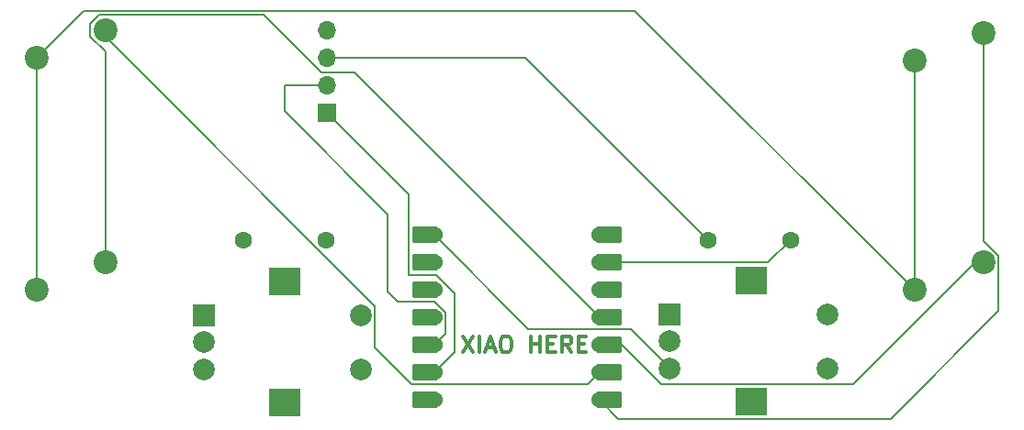
<source format=gbr>
%TF.GenerationSoftware,KiCad,Pcbnew,9.0.6*%
%TF.CreationDate,2025-12-07T01:16:21-05:00*%
%TF.ProjectId,Kigan's Lifeboard,4b696761-6e27-4732-904c-696665626f61,rev?*%
%TF.SameCoordinates,Original*%
%TF.FileFunction,Copper,L1,Top*%
%TF.FilePolarity,Positive*%
%FSLAX46Y46*%
G04 Gerber Fmt 4.6, Leading zero omitted, Abs format (unit mm)*
G04 Created by KiCad (PCBNEW 9.0.6) date 2025-12-07 01:16:21*
%MOMM*%
%LPD*%
G01*
G04 APERTURE LIST*
G04 Aperture macros list*
%AMRoundRect*
0 Rectangle with rounded corners*
0 $1 Rounding radius*
0 $2 $3 $4 $5 $6 $7 $8 $9 X,Y pos of 4 corners*
0 Add a 4 corners polygon primitive as box body*
4,1,4,$2,$3,$4,$5,$6,$7,$8,$9,$2,$3,0*
0 Add four circle primitives for the rounded corners*
1,1,$1+$1,$2,$3*
1,1,$1+$1,$4,$5*
1,1,$1+$1,$6,$7*
1,1,$1+$1,$8,$9*
0 Add four rect primitives between the rounded corners*
20,1,$1+$1,$2,$3,$4,$5,0*
20,1,$1+$1,$4,$5,$6,$7,0*
20,1,$1+$1,$6,$7,$8,$9,0*
20,1,$1+$1,$8,$9,$2,$3,0*%
G04 Aperture macros list end*
%ADD10C,0.300000*%
%TA.AperFunction,NonConductor*%
%ADD11C,0.300000*%
%TD*%
%TA.AperFunction,ComponentPad*%
%ADD12C,2.200000*%
%TD*%
%TA.AperFunction,ComponentPad*%
%ADD13R,2.000000X2.000000*%
%TD*%
%TA.AperFunction,ComponentPad*%
%ADD14C,2.000000*%
%TD*%
%TA.AperFunction,ComponentPad*%
%ADD15R,3.000000X2.500000*%
%TD*%
%TA.AperFunction,ComponentPad*%
%ADD16R,1.700000X1.700000*%
%TD*%
%TA.AperFunction,ComponentPad*%
%ADD17O,1.700000X1.700000*%
%TD*%
%TA.AperFunction,ComponentPad*%
%ADD18C,1.600000*%
%TD*%
%TA.AperFunction,SMDPad,CuDef*%
%ADD19RoundRect,0.152400X-1.063600X-0.609600X1.063600X-0.609600X1.063600X0.609600X-1.063600X0.609600X0*%
%TD*%
%TA.AperFunction,ComponentPad*%
%ADD20C,1.524000*%
%TD*%
%TA.AperFunction,SMDPad,CuDef*%
%ADD21RoundRect,0.152400X1.063600X0.609600X-1.063600X0.609600X-1.063600X-0.609600X1.063600X-0.609600X0*%
%TD*%
%TA.AperFunction,Conductor*%
%ADD22C,0.200000*%
%TD*%
G04 APERTURE END LIST*
D10*
D11*
X143931653Y-110670828D02*
X144931653Y-112170828D01*
X144931653Y-110670828D02*
X143931653Y-112170828D01*
X145503081Y-112170828D02*
X145503081Y-110670828D01*
X146145939Y-111742257D02*
X146860225Y-111742257D01*
X146003082Y-112170828D02*
X146503082Y-110670828D01*
X146503082Y-110670828D02*
X147003082Y-112170828D01*
X147788796Y-110670828D02*
X148074510Y-110670828D01*
X148074510Y-110670828D02*
X148217367Y-110742257D01*
X148217367Y-110742257D02*
X148360224Y-110885114D01*
X148360224Y-110885114D02*
X148431653Y-111170828D01*
X148431653Y-111170828D02*
X148431653Y-111670828D01*
X148431653Y-111670828D02*
X148360224Y-111956542D01*
X148360224Y-111956542D02*
X148217367Y-112099400D01*
X148217367Y-112099400D02*
X148074510Y-112170828D01*
X148074510Y-112170828D02*
X147788796Y-112170828D01*
X147788796Y-112170828D02*
X147645939Y-112099400D01*
X147645939Y-112099400D02*
X147503081Y-111956542D01*
X147503081Y-111956542D02*
X147431653Y-111670828D01*
X147431653Y-111670828D02*
X147431653Y-111170828D01*
X147431653Y-111170828D02*
X147503081Y-110885114D01*
X147503081Y-110885114D02*
X147645939Y-110742257D01*
X147645939Y-110742257D02*
X147788796Y-110670828D01*
X150217367Y-112170828D02*
X150217367Y-110670828D01*
X150217367Y-111385114D02*
X151074510Y-111385114D01*
X151074510Y-112170828D02*
X151074510Y-110670828D01*
X151788796Y-111385114D02*
X152288796Y-111385114D01*
X152503082Y-112170828D02*
X151788796Y-112170828D01*
X151788796Y-112170828D02*
X151788796Y-110670828D01*
X151788796Y-110670828D02*
X152503082Y-110670828D01*
X154003082Y-112170828D02*
X153503082Y-111456542D01*
X153145939Y-112170828D02*
X153145939Y-110670828D01*
X153145939Y-110670828D02*
X153717368Y-110670828D01*
X153717368Y-110670828D02*
X153860225Y-110742257D01*
X153860225Y-110742257D02*
X153931654Y-110813685D01*
X153931654Y-110813685D02*
X154003082Y-110956542D01*
X154003082Y-110956542D02*
X154003082Y-111170828D01*
X154003082Y-111170828D02*
X153931654Y-111313685D01*
X153931654Y-111313685D02*
X153860225Y-111385114D01*
X153860225Y-111385114D02*
X153717368Y-111456542D01*
X153717368Y-111456542D02*
X153145939Y-111456542D01*
X154645939Y-111385114D02*
X155145939Y-111385114D01*
X155360225Y-112170828D02*
X154645939Y-112170828D01*
X154645939Y-112170828D02*
X154645939Y-110670828D01*
X154645939Y-110670828D02*
X155360225Y-110670828D01*
D12*
%TO.P,SW3,1,1*%
%TO.N,Net-(U1-GPIO27_A1_D1)*%
X110999250Y-82424250D03*
%TO.P,SW3,2,2*%
%TO.N,GND*%
X104649250Y-84964250D03*
%TD*%
D13*
%TO.P,SW7,A,A*%
%TO.N,Net-(U1-GPIO3_D10_MOSI)*%
X120080000Y-108740000D03*
D14*
%TO.P,SW7,B,B*%
%TO.N,Net-(U1-GPIO4_D9_MISO)*%
X120080000Y-113740000D03*
%TO.P,SW7,C,C*%
%TO.N,Net-(SW5-PadC)*%
X120080000Y-111240000D03*
D15*
%TO.P,SW7,MP*%
%TO.N,N/C*%
X127580000Y-105640000D03*
X127580000Y-116840000D03*
D14*
%TO.P,SW7,S1*%
X134580000Y-108740000D03*
%TO.P,SW7,S2*%
X134580000Y-113740000D03*
%TD*%
D16*
%TO.P,J1,1,GND*%
%TO.N,Net-(J1-GND)*%
X131406750Y-90018000D03*
D17*
%TO.P,J1,2,VCC*%
%TO.N,Net-(J1-VCC)*%
X131406750Y-87478000D03*
%TO.P,J1,3,SCL*%
%TO.N,Net-(J1-SCL)*%
X131406750Y-84938000D03*
%TO.P,J1,4,SDA*%
%TO.N,Net-(J1-SDA)*%
X131406750Y-82398000D03*
%TD*%
D12*
%TO.P,SW2,1,1*%
%TO.N,Net-(U1-GPIO28_A2_D2)*%
X191961750Y-103855500D03*
%TO.P,SW2,2,2*%
%TO.N,GND*%
X185611750Y-106395500D03*
%TD*%
D18*
%TO.P,R2,1*%
%TO.N,Net-(J1-SDA)*%
X123699250Y-101791750D03*
%TO.P,R2,2*%
%TO.N,Net-(U1-GPIO6_D4_SDA)*%
X131319250Y-101791750D03*
%TD*%
D12*
%TO.P,SW1,1,1*%
%TO.N,Net-(U1-GPIO29_A3_D3)*%
X110999250Y-103855500D03*
%TO.P,SW1,2,2*%
%TO.N,GND*%
X104649250Y-106395500D03*
%TD*%
D13*
%TO.P,SW5,A,A*%
%TO.N,Net-(U1-GPIO2_D8_SCK)*%
X163060000Y-108640000D03*
D14*
%TO.P,SW5,B,B*%
%TO.N,Net-(U1-GPIO1_D7_CSn_RX)*%
X163060000Y-113640000D03*
%TO.P,SW5,C,C*%
%TO.N,Net-(SW5-PadC)*%
X163060000Y-111140000D03*
D15*
%TO.P,SW5,MP*%
%TO.N,N/C*%
X170560000Y-105540000D03*
X170560000Y-116740000D03*
D14*
%TO.P,SW5,S1*%
X177560000Y-108640000D03*
%TO.P,SW5,S2*%
X177560000Y-113640000D03*
%TD*%
D18*
%TO.P,R1,1*%
%TO.N,Net-(J1-SCL)*%
X166561750Y-101791750D03*
%TO.P,R1,2*%
%TO.N,Net-(U1-GPIO7_D5_SCL)*%
X174181750Y-101791750D03*
%TD*%
D12*
%TO.P,SW4,1,1*%
%TO.N,Net-(U1-GPIO26_A0_D0)*%
X191961750Y-82708000D03*
%TO.P,SW4,2,2*%
%TO.N,GND*%
X185611750Y-85248000D03*
%TD*%
D19*
%TO.P,U1,1,GPIO26_A0_D0*%
%TO.N,Net-(U1-GPIO26_A0_D0)*%
X157395500Y-116555500D03*
D20*
X156560500Y-116555500D03*
D19*
%TO.P,U1,2,GPIO27_A1_D1*%
%TO.N,Net-(U1-GPIO27_A1_D1)*%
X157395500Y-114015500D03*
D20*
X156560500Y-114015500D03*
D19*
%TO.P,U1,3,GPIO28_A2_D2*%
%TO.N,Net-(U1-GPIO28_A2_D2)*%
X157395500Y-111475500D03*
D20*
X156560500Y-111475500D03*
D19*
%TO.P,U1,4,GPIO29_A3_D3*%
%TO.N,Net-(U1-GPIO29_A3_D3)*%
X157395500Y-108935500D03*
D20*
X156560500Y-108935500D03*
D19*
%TO.P,U1,5,GPIO6_D4_SDA*%
%TO.N,Net-(U1-GPIO6_D4_SDA)*%
X157395500Y-106395500D03*
D20*
X156560500Y-106395500D03*
D19*
%TO.P,U1,6,GPIO7_D5_SCL*%
%TO.N,Net-(U1-GPIO7_D5_SCL)*%
X157395500Y-103855500D03*
D20*
X156560500Y-103855500D03*
D19*
%TO.P,U1,7,GPIO0_D6_TX*%
%TO.N,unconnected-(U1-GPIO0_D6_TX-Pad7)*%
X157395500Y-101315500D03*
D20*
X156560500Y-101315500D03*
%TO.P,U1,8,GPIO1_D7_CSn_RX*%
%TO.N,Net-(U1-GPIO1_D7_CSn_RX)*%
X141320500Y-101315500D03*
D21*
X140485500Y-101315500D03*
D20*
%TO.P,U1,9,GPIO2_D8_SCK*%
%TO.N,Net-(U1-GPIO2_D8_SCK)*%
X141320500Y-103855500D03*
D21*
X140485500Y-103855500D03*
D20*
%TO.P,U1,10,GPIO4_D9_MISO*%
%TO.N,Net-(U1-GPIO4_D9_MISO)*%
X141320500Y-106395500D03*
D21*
X140485500Y-106395500D03*
D20*
%TO.P,U1,11,GPIO3_D10_MOSI*%
%TO.N,Net-(U1-GPIO3_D10_MOSI)*%
X141320500Y-108935500D03*
D21*
X140485500Y-108935500D03*
D20*
%TO.P,U1,12,3V3*%
%TO.N,Net-(J1-VCC)*%
X141320500Y-111475500D03*
D21*
X140485500Y-111475500D03*
D20*
%TO.P,U1,13,GND*%
%TO.N,Net-(J1-GND)*%
X141320500Y-114015500D03*
D21*
X140485500Y-114015500D03*
D20*
%TO.P,U1,14,5V*%
%TO.N,+5V*%
X141320500Y-116555500D03*
D21*
X140485500Y-116555500D03*
%TD*%
D22*
%TO.N,Net-(J1-SCL)*%
X149708000Y-84938000D02*
X131406750Y-84938000D01*
X166561750Y-101791750D02*
X149708000Y-84938000D01*
%TO.N,Net-(J1-VCC)*%
X141320500Y-111475500D02*
X142383500Y-110412500D01*
X142383500Y-108495190D02*
X141346810Y-107458500D01*
X137938500Y-107458500D02*
X137034250Y-106554250D01*
X137034250Y-99410500D02*
X127509250Y-89885500D01*
X142383500Y-110412500D02*
X142383500Y-108495190D01*
X127535500Y-87478000D02*
X131406750Y-87478000D01*
X137034250Y-106554250D02*
X137034250Y-99410500D01*
X141346810Y-107458500D02*
X137938500Y-107458500D01*
X127509250Y-89885500D02*
X127509250Y-87504250D01*
X127509250Y-87504250D02*
X127535500Y-87478000D01*
%TO.N,Net-(J1-GND)*%
X131406750Y-90018000D02*
X138968500Y-97579750D01*
X138968500Y-97579750D02*
X138968500Y-105071126D01*
X143185500Y-106757190D02*
X143185500Y-112150500D01*
X141499436Y-105071126D02*
X143185500Y-106757190D01*
X138968500Y-105071126D02*
X141499436Y-105071126D01*
X143185500Y-112150500D02*
X141320500Y-114015500D01*
%TO.N,GND*%
X104649250Y-84964250D02*
X104649250Y-106395500D01*
X108991250Y-80622250D02*
X104649250Y-84964250D01*
X185611750Y-106395500D02*
X185611750Y-85248000D01*
X185611750Y-106395500D02*
X159838500Y-80622250D01*
X159838500Y-80622250D02*
X108991250Y-80622250D01*
%TO.N,Net-(U1-GPIO28_A2_D2)*%
X156560500Y-111475500D02*
X158624250Y-111475500D01*
X158624250Y-111475500D02*
X162266500Y-115117750D01*
X162266500Y-115117750D02*
X179914684Y-115117750D01*
X179914684Y-115117750D02*
X191176934Y-103855500D01*
X191176934Y-103855500D02*
X191961750Y-103855500D01*
%TO.N,Net-(U1-GPIO7_D5_SCL)*%
X156560500Y-103855500D02*
X172118000Y-103855500D01*
X172118000Y-103855500D02*
X174181750Y-101791750D01*
%TO.N,Net-(U1-GPIO29_A3_D3)*%
X109598250Y-83004564D02*
X110999250Y-84405564D01*
X125626240Y-81023250D02*
X110418936Y-81023250D01*
X156560500Y-108935500D02*
X133952000Y-86327000D01*
X110418936Y-81023250D02*
X109598250Y-81843936D01*
X110999250Y-84405564D02*
X110999250Y-103855500D01*
X133952000Y-86327000D02*
X130929990Y-86327000D01*
X109598250Y-81843936D02*
X109598250Y-83004564D01*
X130929990Y-86327000D02*
X125626240Y-81023250D01*
%TO.N,Net-(U1-GPIO1_D7_CSn_RX)*%
X163246750Y-113816750D02*
X159428500Y-109998500D01*
X150003500Y-109998500D02*
X141320500Y-101315500D01*
X159428500Y-109998500D02*
X150003500Y-109998500D01*
%TO.N,Net-(U1-GPIO2_D8_SCK)*%
X162302500Y-107872500D02*
X163246750Y-108816750D01*
X141320500Y-103855500D02*
X140242870Y-103855500D01*
%TO.N,Net-(U1-GPIO4_D9_MISO)*%
X141320500Y-106395500D02*
X139574250Y-106395500D01*
%TO.N,Net-(U1-GPIO27_A1_D1)*%
X139229874Y-115078500D02*
X135881000Y-111729626D01*
X110999250Y-83028800D02*
X110999250Y-82424250D01*
X135881000Y-107910550D02*
X110999250Y-83028800D01*
X156560500Y-114015500D02*
X155497500Y-115078500D01*
X135881000Y-111729626D02*
X135881000Y-107910550D01*
X155497500Y-115078500D02*
X139229874Y-115078500D01*
%TO.N,Net-(U1-GPIO26_A0_D0)*%
X191961750Y-101874186D02*
X193362750Y-103275186D01*
X191176934Y-82708000D02*
X191961750Y-82708000D01*
X193362750Y-108319316D02*
X183391066Y-118291000D01*
X193362750Y-103275186D02*
X193362750Y-108319316D01*
X191961750Y-82708000D02*
X191961750Y-101874186D01*
X158296000Y-118291000D02*
X156560500Y-116555500D01*
X183391066Y-118291000D02*
X158296000Y-118291000D01*
%TD*%
M02*

</source>
